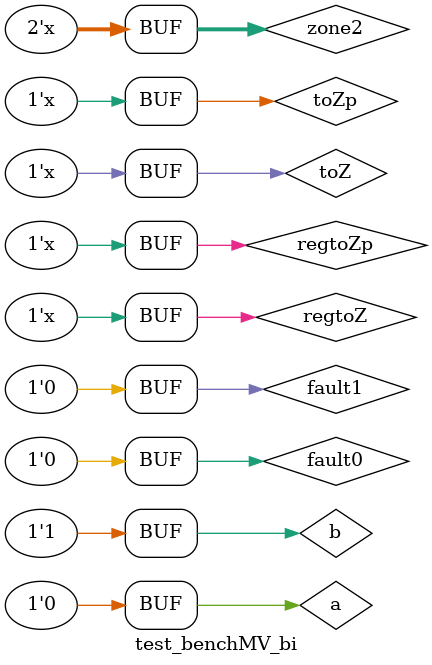
<source format=v>
module test_benchMV_bi;
reg a,b,fault1,fault0;
wor toZ,toZp;
reg ck,d;
reg regtoZ, regtoZp;
reg [1:0] zone2,zone1;
MajorityVoter_bi4 MV (
	.status (zone2),
	.A(a),
	.B(b),
	.Z(toZ),
	.Zp(toZp),
	.fault1(fault1),
	.fault0(fault0)
	);
assign toZp = regtoZp;
assign toZ  = regtoZ;
initial  
begin     
	a = 0;     
 	b = 1;
 	fault1 = 0;
	fault0 = 0;
	zone2=2'b00;
	regtoZp=1;
	regtoZ=1'bz;
end     

always
 begin
  #5 zone2 =zone2+1;
 end		
always
begin
  #12.5 regtoZp <= 1'bz;
  #30 regtoZp <= 1;
  #10 regtoZp=1'bz;
end
always 
begin
  #27 regtoZ <=0; 
  #17.5 regtoZ <=1;
  #7.5  regtoZ <=1'bz;
end

endmodule





</source>
